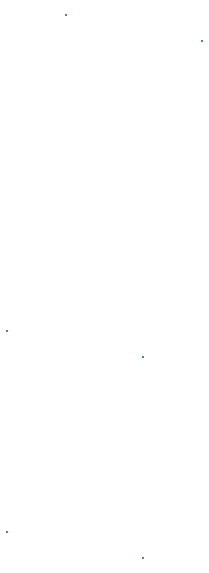
<source format=gbr>
%TF.GenerationSoftware,KiCad,Pcbnew,(7.0.0-0)*%
%TF.CreationDate,2023-06-28T18:09:56+08:00*%
%TF.ProjectId,thumb3,7468756d-6233-42e6-9b69-6361645f7063,v1.0.0*%
%TF.SameCoordinates,Original*%
%TF.FileFunction,Plated,1,2,PTH,Drill*%
%TF.FilePolarity,Positive*%
%FSLAX46Y46*%
G04 Gerber Fmt 4.6, Leading zero omitted, Abs format (unit mm)*
G04 Created by KiCad (PCBNEW (7.0.0-0)) date 2023-06-28 18:09:56*
%MOMM*%
%LPD*%
G01*
G04 APERTURE LIST*
%TA.AperFunction,ComponentDrill*%
%ADD10C,0.300000*%
%TD*%
G04 APERTURE END LIST*
D10*
%TO.C,S2*%
X-8275000Y13250000D03*
%TO.C,S3*%
X-8275000Y-3750000D03*
%TO.C,S1*%
X-3275000Y39950000D03*
%TO.C,S2*%
X3275000Y11050000D03*
%TO.C,S3*%
X3275000Y-5950000D03*
%TO.C,S1*%
X8275000Y37750000D03*
M02*

</source>
